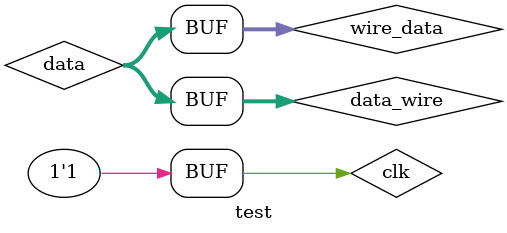
<source format=v>
`include "timescale.v"
module test;
	reg clk = 1'b1;
	reg[31:0] data = 0;
	wire[31:0] data_wire;

	reg [31:0]	wire_data;

	assign data_wire = data;
	assign wire_data = data_wire;
	always begin
		#0.5 clk = 0;
		#0.5 clk = 1;
	end

	always @(posedge clk) begin
		data = data +1;
		$display($realtime, "data = %d", data);
	end

	always @(posedge clk) begin
		$display($realtime, "data_wire = %d, wire_data = %d", data_wire, wire_data);
	end
endmodule
</source>
